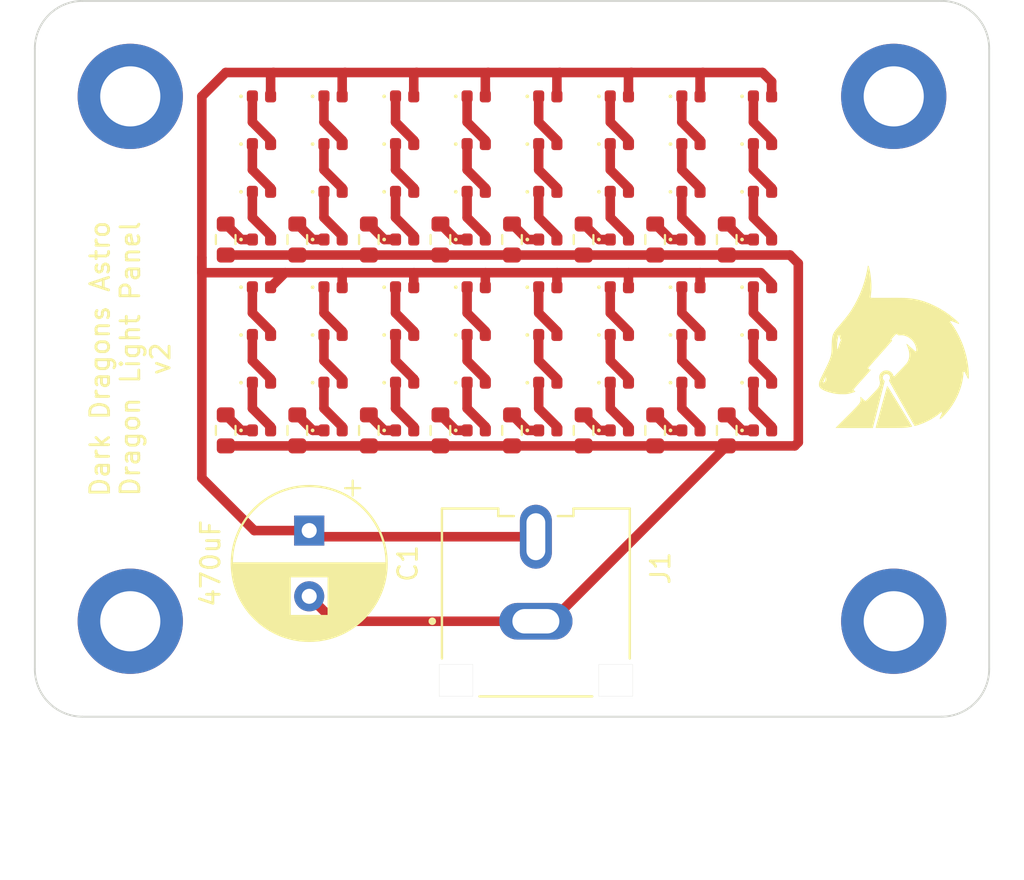
<source format=kicad_pcb>
(kicad_pcb (version 20211014) (generator pcbnew)
  (layers (0 "F.Cu" signal) (31 "B.Cu" signal) (34 "B.Paste" user) (35 "F.Paste" user) (36 "B.SilkS" user "B.Silkscreen") (37 "F.SilkS" user "F.Silkscreen") (38 "B.Mask" user) (39 "F.Mask" user) (44 "Edge.Cuts" user))
  (net 0 "")
  (net 1 "+12V")
  (net 2 "GND")
  (net 3 "Net-(D1-Pad1)")
  (net 4 "Net-(D5-Pad1)")
  (net 5 "Net-(D21-Pad1)")
  (net 6 "Net-(D25-Pad1)")
  (net 7 "Net-(D10-Pad1)")
  (net 8 "Net-(D10-Pad2)")
  (net 9 "Net-(D13-Pad1)")
  (net 14 "Net-(D17-Pad1)")
  (net 15 "Net-(D29-Pad1)")
  (net 16 "Net-(D33-Pad1)")
  (net 17 "Net-(D37-Pad1)")
  (net 18 "Net-(D41-Pad1)")
  (net 19 "Net-(D45-Pad1)")
  (net 20 "Net-(D49-Pad1)")
  (net 21 "Net-(D53-Pad1)")
  (net 22 "Net-(D57-Pad1)")
  (net 23 "Net-(D61-Pad1)")
  (net 24 "Net-(D2-Pad1)")
  (net 25 "Net-(D3-Pad1)")
  (net 26 "Net-(D4-Pad1)")
  (net 27 "Net-(D6-Pad1)")
  (net 28 "Net-(D7-Pad1)")
  (net 29 "Net-(D8-Pad1)")
  (net 30 "Net-(D11-Pad1)")
  (net 31 "Net-(D12-Pad1)")
  (net 32 "Net-(D14-Pad1)")
  (net 33 "Net-(D15-Pad1)")
  (net 34 "Net-(D16-Pad1)")
  (net 35 "Net-(D18-Pad1)")
  (net 36 "Net-(D19-Pad1)")
  (net 37 "Net-(D20-Pad1)")
  (net 38 "Net-(D22-Pad1)")
  (net 39 "Net-(D23-Pad1)")
  (net 40 "Net-(D24-Pad1)")
  (net 41 "Net-(D26-Pad1)")
  (net 42 "Net-(D27-Pad1)")
  (net 43 "Net-(D28-Pad1)")
  (net 44 "Net-(D30-Pad1)")
  (net 45 "Net-(D31-Pad1)")
  (net 46 "Net-(D32-Pad1)")
  (net 47 "Net-(D34-Pad1)")
  (net 48 "Net-(D35-Pad1)")
  (net 49 "Net-(D36-Pad1)")
  (net 50 "Net-(D38-Pad1)")
  (net 51 "Net-(D39-Pad1)")
  (net 52 "Net-(D40-Pad1)")
  (net 53 "Net-(D42-Pad1)")
  (net 54 "Net-(D43-Pad1)")
  (net 55 "Net-(D44-Pad1)")
  (net 56 "Net-(D46-Pad1)")
  (net 57 "Net-(D47-Pad1)")
  (net 58 "Net-(D48-Pad1)")
  (net 59 "Net-(D50-Pad1)")
  (net 60 "Net-(D51-Pad1)")
  (net 61 "Net-(D52-Pad1)")
  (net 62 "Net-(D54-Pad1)")
  (net 63 "Net-(D55-Pad1)")
  (net 64 "Net-(D56-Pad1)")
  (net 65 "Net-(D58-Pad1)")
  (net 66 "Net-(D59-Pad1)")
  (net 67 "Net-(D60-Pad1)")
  (net 68 "Net-(D62-Pad1)")
  (net 69 "Net-(D63-Pad1)")
  (net 70 "Net-(D64-Pad1)")
  (footprint "Resistor_SMD:R_0603_1608Metric" (layer "F.Cu") (at 76.2 66.04 90)
    (fp_text reference "R5" hide)
    (fp_text value "82")
  )
  (footprint "LED_SMD:LED_0402_1005Metric" (layer "F.Cu") (at 81.915 66.04)
    (fp_text reference "D24" hide)
    (fp_text value "QBL7IW60D-CW")
  )
  (footprint "Resistor_SMD:R_0603_1608Metric" (layer "F.Cu") (at 72.39 66.04 90)
    (fp_text reference "R4" hide)
    (fp_text value "82")
  )
  (footprint "01-rickbassham:logo_small" (layer "F.Cu") (at 96.52 71.755)
    (fp_text reference "G***" hide)
    (fp_text value "LOGO" hide)
  )
  (footprint "LED_SMD:LED_0402_1005Metric" (layer "F.Cu") (at 70.485 76.2)
    (fp_text reference "D44" hide)
    (fp_text value "QBL7IW60D-CW")
  )
  (footprint "LED_SMD:LED_0402_1005Metric" (layer "F.Cu") (at 62.865 58.42)
    (fp_text reference "D1" hide)
    (fp_text value "QBL7IW60D-CW")
  )
  (footprint "LED_SMD:LED_0402_1005Metric" (layer "F.Cu") (at 78.105 58.42)
    (fp_text reference "D17" hide)
    (fp_text value "QBL7IW60D-CW")
  )
  (footprint "LED_SMD:LED_0402_1005Metric" (layer "F.Cu") (at 70.485 68.58)
    (fp_text reference "D41" hide)
    (fp_text value "QBL7IW60D-CW")
  )
  (footprint "Resistor_SMD:R_0603_1608Metric" (layer "F.Cu") (at 68.58 76.2 90)
    (fp_text reference "R11" hide)
    (fp_text value "82")
  )
  (footprint "LED_SMD:LED_0402_1005Metric" (layer "F.Cu") (at 74.295 68.58)
    (fp_text reference "D45" hide)
    (fp_text value "QBL7IW60D-CW")
  )
  (footprint "Resistor_SMD:R_0603_1608Metric" (layer "F.Cu") (at 80.01 76.2 90)
    (fp_text reference "R14" hide)
    (fp_text value "82")
  )
  (footprint "LED_SMD:LED_0402_1005Metric" (layer "F.Cu") (at 62.865 60.96)
    (fp_text reference "D2" hide)
    (fp_text value "QBL7IW60D-CW")
  )
  (footprint "LED_SMD:LED_0402_1005Metric" (layer "F.Cu") (at 66.675 63.5)
    (fp_text reference "D7" hide)
    (fp_text value "QBL7IW60D-CW")
  )
  (footprint "LED_SMD:LED_0402_1005Metric" (layer "F.Cu") (at 78.105 73.66)
    (fp_text reference "D51" hide)
    (fp_text value "QBL7IW60D-CW")
  )
  (footprint "LED_SMD:LED_0402_1005Metric" (layer "F.Cu") (at 85.725 66.04)
    (fp_text reference "D28" hide)
    (fp_text value "QBL7IW60D-CW")
  )
  (footprint "01-rickbassham:MountingHole_3.2mm_M3_DIN965_Pad" (layer "F.Cu") (at 55.88 58.42)
    (fp_text reference "H4")
    (fp_text value "MountingHole_Pad")
  )
  (footprint "Resistor_SMD:R_0603_1608Metric" (layer "F.Cu") (at 68.58 66.04 90)
    (fp_text reference "R3" hide)
    (fp_text value "82")
  )
  (footprint "LED_SMD:LED_0402_1005Metric" (layer "F.Cu") (at 62.865 68.58)
    (fp_text reference "D33" hide)
    (fp_text value "QBL7IW60D-CW" hide)
  )
  (footprint "LED_SMD:LED_0402_1005Metric" (layer "F.Cu") (at 81.915 60.96)
    (fp_text reference "D22" hide)
    (fp_text value "QBL7IW60D-CW")
  )
  (footprint "LED_SMD:LED_0402_1005Metric" (layer "F.Cu") (at 89.535 73.66)
    (fp_text reference "D63" hide)
    (fp_text value "QBL7IW60D-CW")
  )
  (footprint "LED_SMD:LED_0402_1005Metric" (layer "F.Cu") (at 85.725 76.2)
    (fp_text reference "D60" hide)
    (fp_text value "QBL7IW60D-CW")
  )
  (footprint "LED_SMD:LED_0402_1005Metric" (layer "F.Cu") (at 78.105 76.2)
    (fp_text reference "D52" hide)
    (fp_text value "QBL7IW60D-CW")
  )
  (footprint "LED_SMD:LED_0402_1005Metric" (layer "F.Cu") (at 81.915 68.58)
    (fp_text reference "D53" hide)
    (fp_text value "QBL7IW60D-CW")
  )
  (footprint "LED_SMD:LED_0402_1005Metric" (layer "F.Cu") (at 85.725 68.58)
    (fp_text reference "D57" hide)
    (fp_text value "QBL7IW60D-CW")
  )
  (footprint "LED_SMD:LED_0402_1005Metric" (layer "F.Cu") (at 85.725 58.42)
    (fp_text reference "D25" hide)
    (fp_text value "QBL7IW60D-CW")
  )
  (footprint "LED_SMD:LED_0402_1005Metric" (layer "F.Cu") (at 70.485 58.42)
    (fp_text reference "D9" hide)
    (fp_text value "QBL7IW60D-CW")
  )
  (footprint "LED_SMD:LED_0402_1005Metric" (layer "F.Cu") (at 81.915 73.66)
    (fp_text reference "D55" hide)
    (fp_text value "QBL7IW60D-CW")
  )
  (footprint "LED_SMD:LED_0402_1005Metric" (layer "F.Cu") (at 89.535 71.12)
    (fp_text reference "D62" hide)
    (fp_text value "QBL7IW60D-CW")
  )
  (footprint "LED_SMD:LED_0402_1005Metric" (layer "F.Cu") (at 70.485 63.5)
    (fp_text reference "D11" hide)
    (fp_text value "QBL7IW60D-CW")
  )
  (footprint "LED_SMD:LED_0402_1005Metric" (layer "F.Cu") (at 70.485 71.12)
    (fp_text reference "D42" hide)
    (fp_text value "QBL7IW60D-CW")
  )
  (footprint "01-rickbassham:MountingHole_3.2mm_M3_DIN965_Pad" (layer "F.Cu") (at 96.52 86.36)
    (fp_text reference "H1")
    (fp_text value "MountingHole_Pad")
  )
  (footprint "LED_SMD:LED_0402_1005Metric" (layer "F.Cu") (at 74.295 73.66)
    (fp_text reference "D47" hide)
    (fp_text value "QBL7IW60D-CW")
  )
  (footprint "LED_SMD:LED_0402_1005Metric" (layer "F.Cu") (at 89.535 68.58)
    (fp_text reference "D61" hide)
    (fp_text value "QBL7IW60D-CW")
  )
  (footprint "LED_SMD:LED_0402_1005Metric" (layer "F.Cu") (at 66.675 66.04)
    (fp_text reference "D8" hide)
    (fp_text value "QBL7IW60D-CW")
  )
  (footprint "01-rickbassham:MountingHole_3.2mm_M3_DIN965_Pad" (layer "F.Cu") (at 55.88 86.36)
    (fp_text reference "H2")
    (fp_text value "MountingHole_Pad")
  )
  (footprint "LED_SMD:LED_0402_1005Metric" (layer "F.Cu") (at 66.675 68.58)
    (fp_text reference "D37" hide)
    (fp_text value "QBL7IW60D-CW")
  )
  (footprint "LED_SMD:LED_0402_1005Metric" (layer "F.Cu") (at 81.915 76.2)
    (fp_text reference "D56" hide)
    (fp_text value "QBL7IW60D-CW")
  )
  (footprint "LED_SMD:LED_0402_1005Metric" (layer "F.Cu") (at 85.725 71.12)
    (fp_text reference "D58" hide)
    (fp_text value "QBL7IW60D-CW")
  )
  (footprint "LED_SMD:LED_0402_1005Metric" (layer "F.Cu") (at 74.295 76.2)
    (fp_text reference "D48" hide)
    (fp_text value "QBL7IW60D-CW")
  )
  (footprint "LED_SMD:LED_0402_1005Metric" (layer "F.Cu") (at 89.535 63.5)
    (fp_text reference "D31" hide)
    (fp_text value "QBL7IW60D-CW")
  )
  (footprint "LED_SMD:LED_0402_1005Metric" (layer "F.Cu") (at 66.675 60.96)
    (fp_text reference "D6" hide)
    (fp_text value "QBL7IW60D-CW")
  )
  (footprint "LED_SMD:LED_0402_1005Metric" (layer "F.Cu") (at 74.295 60.96)
    (fp_text reference "D14" hide)
    (fp_text value "QBL7IW60D-CW")
  )
  (footprint "LED_SMD:LED_0402_1005Metric" (layer "F.Cu") (at 78.105 63.5)
    (fp_text reference "D19" hide)
    (fp_text value "QBL7IW60D-CW")
  )
  (footprint "Resistor_SMD:R_0603_1608Metric" (layer "F.Cu") (at 83.82 76.2 90)
    (fp_text reference "R15" hide)
    (fp_text value "82")
  )
  (footprint "01-rickbassham:MountingHole_3.2mm_M3_DIN965_Pad" (layer "F.Cu") (at 96.52 58.42)
    (fp_text reference "H3")
    (fp_text value "MountingHole_Pad")
  )
  (footprint "LED_SMD:LED_0402_1005Metric" (layer "F.Cu") (at 78.105 66.04)
    (fp_text reference "D20" hide)
    (fp_text value "QBL7IW60D-CW")
  )
  (footprint "LED_SMD:LED_0402_1005Metric" (layer "F.Cu") (at 62.865 76.2)
    (fp_text reference "D36" hide)
    (fp_text value "QBL7IW60D-CW" hide)
  )
  (footprint "LED_SMD:LED_0402_1005Metric" (layer "F.Cu") (at 85.725 60.96)
    (fp_text reference "D26" hide)
    (fp_text value "QBL7IW60D-CW")
  )
  (footprint "01-rickbassham:CUI_RCJ-044" (layer "F.Cu") (at 77.47 86.36 -90)
    (fp_text reference "J1")
    (fp_text value "RCJ-044")
    (fp_line (start 4 -3.35) (end 4 -5.15) (layer "Edge.Cuts") (width 0.01))
    (fp_line (start 2.3 -3.35) (end 4 -3.35) (layer "Edge.Cuts") (width 0.01))
    (fp_line (start 2.3 3.35) (end 2.3 5.15) (layer "Edge.Cuts") (width 0.01))
    (fp_line (start 4 -5.15) (end 2.3 -5.15) (layer "Edge.Cuts") (width 0.01))
    (fp_line (start 4 3.35) (end 2.3 3.35) (layer "Edge.Cuts") (width 0.01))
    (fp_line (start 2.3 -5.15) (end 2.3 -3.35) (layer "Edge.Cuts") (width 0.01))
    (fp_line (start 4 5.15) (end 4 3.35) (layer "Edge.Cuts") (width 0.01))
    (fp_line (start 2.3 5.15) (end 4 5.15) (layer "Edge.Cuts") (width 0.01))
  )
  (footprint "LED_SMD:LED_0402_1005Metric" (layer "F.Cu") (at 78.105 60.96)
    (fp_text reference "D18" hide)
    (fp_text value "QBL7IW60D-CW")
  )
  (footprint "LED_SMD:LED_0402_1005Metric" (layer "F.Cu") (at 81.915 63.5)
    (fp_text reference "D23" hide)
    (fp_text value "QBL7IW60D-CW")
  )
  (footprint "LED_SMD:LED_0402_1005Metric" (layer "F.Cu") (at 81.915 71.12)
    (fp_text reference "D54" hide)
    (fp_text value "QBL7IW60D-CW")
  )
  (footprint "LED_SMD:LED_0402_1005Metric" (layer "F.Cu") (at 74.295 66.04)
    (fp_text reference "D16" hide)
    (fp_text value "QBL7IW60D-CW")
  )
  (footprint "LED_SMD:LED_0402_1005Metric" (layer "F.Cu") (at 89.535 58.42)
    (fp_text reference "D29" hide)
    (fp_text value "QBL7IW60D-CW")
  )
  (footprint "LED_SMD:LED_0402_1005Metric" (layer "F.Cu") (at 89.535 76.2)
    (fp_text reference "D64" hide)
    (fp_text value "QBL7IW60D-CW")
  )
  (footprint "Resistor_SMD:R_0603_1608Metric" (layer "F.Cu") (at 87.63 66.04 90)
    (fp_text reference "R8" hide)
    (fp_text value "82")
  )
  (footprint "LED_SMD:LED_0402_1005Metric" (layer "F.Cu") (at 85.725 73.66)
    (fp_text reference "D59" hide)
    (fp_text value "QBL7IW60D-CW")
  )
  (footprint "LED_SMD:LED_0402_1005Metric" (layer "F.Cu") (at 85.725 63.5)
    (fp_text reference "D27" hide)
    (fp_text value "QBL7IW60D-CW")
  )
  (footprint "LED_SMD:LED_0402_1005Metric" (layer "F.Cu") (at 66.675 58.42)
    (fp_text reference "D5" hide)
    (fp_text value "QBL7IW60D-CW")
  )
  (footprint "Resistor_SMD:R_0603_1608Metric" (layer "F.Cu") (at 60.96 76.2 90)
    (fp_text reference "R9" hide)
    (fp_text value "82")
  )
  (footprint "LED_SMD:LED_0402_1005Metric" (layer "F.Cu") (at 70.485 73.66)
    (fp_text reference "D43" hide)
    (fp_text value "QBL7IW60D-CW")
  )
  (footprint "Resistor_SMD:R_0603_1608Metric" (layer "F.Cu") (at 83.82 66.04 90)
    (fp_text reference "R7" hide)
    (fp_text value "82")
  )
  (footprint "LED_SMD:LED_0402_1005Metric" (layer "F.Cu") (at 62.865 63.5)
    (fp_text reference "D3" hide)
    (fp_text value "QBL7IW60D-CW")
  )
  (footprint "Resistor_SMD:R_0603_1608Metric" (layer "F.Cu") (at 60.96 66.04 90)
    (fp_text reference "R1" hide)
    (fp_text value "82")
  )
  (footprint "Resistor_SMD:R_0603_1608Metric" (layer "F.Cu") (at 76.2 76.2 90)
    (fp_text reference "R13" hide)
    (fp_text value "82")
  )
  (footprint "Capacitor_THT:CP_Radial_D8.0mm_P3.50mm" (layer "F.Cu") (at 65.405 81.532349 -90)
    (fp_text reference "C1")
    (fp_text value "470uF")
  )
  (footprint "Resistor_SMD:R_0603_1608Metric" (layer "F.Cu") (at 87.63 76.2 90)
    (fp_text reference "R16" hide)
    (fp_text value "82")
  )
  (footprint "LED_SMD:LED_0402_1005Metric" (layer "F.Cu") (at 62.865 73.66)
    (fp_text reference "D35" hide)
    (fp_text value "QBL7IW60D-CW" hide)
  )
  (footprint "LED_SMD:LED_0402_1005Metric" (layer "F.Cu") (at 66.675 71.12)
    (fp_text reference "D38" hide)
    (fp_text value "QBL7IW60D-CW")
  )
  (footprint "LED_SMD:LED_0402_1005Metric" (layer "F.Cu") (at 70.485 60.96)
    (fp_text reference "D10" hide)
    (fp_text value "QBL7IW60D-CW")
  )
  (footprint "LED_SMD:LED_0402_1005Metric" (layer "F.Cu") (at 62.865 71.12)
    (fp_text reference "D34" hide)
    (fp_text value "QBL7IW60D-CW" hide)
  )
  (footprint "LED_SMD:LED_0402_1005Metric" (layer "F.Cu") (at 89.535 60.96)
    (fp_text reference "D30" hide)
    (fp_text value "QBL7IW60D-CW")
  )
  (footprint "LED_SMD:LED_0402_1005Metric" (layer "F.Cu") (at 74.295 58.42)
    (fp_text reference "D13" hide)
    (fp_text value "QBL7IW60D-CW")
  )
  (footprint "LED_SMD:LED_0402_1005Metric" (layer "F.Cu") (at 81.915 58.42)
    (fp_text reference "D21" hide)
    (fp_text value "QBL7IW60D-CW")
  )
  (footprint "LED_SMD:LED_0402_1005Metric" (layer "F.Cu") (at 74.295 71.12)
    (fp_text reference "D46" hide)
    (fp_text value "QBL7IW60D-CW")
  )
  (footprint "LED_SMD:LED_0402_1005Metric" (layer "F.Cu") (at 66.675 73.66)
    (fp_text reference "D39" hide)
    (fp_text value "QBL7IW60D-CW")
  )
  (footprint "LED_SMD:LED_0402_1005Metric" (layer "F.Cu") (at 89.535 66.04)
    (fp_text reference "D32" hide)
    (fp_text value "QBL7IW60D-CW")
  )
  (footprint "Resistor_SMD:R_0603_1608Metric" (layer "F.Cu") (at 64.77 66.04 90)
    (fp_text reference "R2" hide)
    (fp_text value "82" hide)
  )
  (footprint "Resistor_SMD:R_0603_1608Metric" (layer "F.Cu") (at 80.01 66.04 90)
    (fp_text reference "R6" hide)
    (fp_text value "82")
  )
  (footprint "Resistor_SMD:R_0603_1608Metric" (layer "F.Cu") (at 64.77 76.2 90)
    (fp_text reference "R10" hide)
    (fp_text value "82")
  )
  (footprint "LED_SMD:LED_0402_1005Metric" (layer "F.Cu") (at 66.675 76.2)
    (fp_text reference "D40" hide)
    (fp_text value "QBL7IW60D-CW")
  )
  (footprint "LED_SMD:LED_0402_1005Metric" (layer "F.Cu") (at 70.485 66.04)
    (fp_text reference "D12" hide)
    (fp_text value "QBL7IW60D-CW")
  )
  (footprint "LED_SMD:LED_0402_1005Metric" (layer "F.Cu") (at 78.105 68.58)
    (fp_text reference "D49" hide)
    (fp_text value "QBL7IW60D-CW")
  )
  (footprint "LED_SMD:LED_0402_1005Metric" (layer "F.Cu") (at 62.865 66.04)
    (fp_text reference "D4" hide)
    (fp_text value "QBL7IW60D-CW")
  )
  (footprint "LED_SMD:LED_0402_1005Metric" (layer "F.Cu") (at 74.295 63.5)
    (fp_text reference "D15" hide)
    (fp_text value "QBL7IW60D-CW")
  )
  (footprint "LED_SMD:LED_0402_1005Metric" (layer "F.Cu") (at 78.105 71.12)
    (fp_text reference "D50" hide)
    (fp_text value "QBL7IW60D-CW")
  )
  (footprint "Resistor_SMD:R_0603_1608Metric" (layer "F.Cu") (at 72.39 76.2 90)
    (fp_text reference "R12" hide)
    (fp_text value "82")
  )
  (gr_arc (start 101.6 88.9) (mid 100.856051 90.696051) (end 99.06 91.44) (layer "Edge.Cuts") (width 0.1))
  (gr_line (start 99.06 53.34) (end 53.34 53.34) (layer "Edge.Cuts") (width 0.1))
  (gr_line (start 53.34 91.44) (end 99.06 91.44) (layer "Edge.Cuts") (width 0.1))
  (gr_arc (start 50.8 55.88) (mid 51.543949 54.083949) (end 53.34 53.34) (layer "Edge.Cuts") (width 0.1))
  (gr_line (start 50.8 55.88) (end 50.8 88.9) (layer "Edge.Cuts") (width 0.1))
  (gr_arc (start 53.34 91.44) (mid 51.543949 90.696051) (end 50.8 88.9) (layer "Edge.Cuts") (width 0.1))
  (gr_arc (start 99.06 53.34) (mid 100.856051 54.083949) (end 101.6 55.88) (layer "Edge.Cuts") (width 0.1))
  (gr_line (start 101.6 88.9) (end 101.6 55.88) (layer "Edge.Cuts") (width 0.1))
  (gr_text "Dark Dragons Astro\nDragon Light Panel\nv2" (at 55.88 72.39 90) (layer "F.SilkS") (effects (font (size 1 1))))
  (segment (start 78.59 68.58) (end 78.59 67.81796) (width 0.508) (layer "F.Cu") (net 1))
  (segment (start 59.69 67.80648) (end 59.69 66.994216) (width 0.508) (layer "F.Cu") (net 1))
  (segment (start 64.12352 67.80648) (end 67.17148 67.80648) (width 0.508) (layer "F.Cu") (net 1))
  (segment (start 59.69 78.74) (end 59.69 66.994216) (width 0.508) (layer "F.Cu") (net 1))
  (segment (start 70.97 67.81796) (end 70.98148 67.80648) (width 0.508) (layer "F.Cu") (net 1))
  (segment (start 70.98148 67.80648) (end 74.79148 67.80648) (width 0.508) (layer "F.Cu") (net 1))
  (segment (start 71.12 57.15) (end 74.93 57.15) (width 0.508) (layer "F.Cu") (net 1))
  (segment (start 82.4 57.3) (end 82.55 57.15) (width 0.508) (layer "F.Cu") (net 1))
  (segment (start 63.35 58.42) (end 63.35 57.3) (width 0.508) (layer "F.Cu") (net 1))
  (segment (start 82.55 57.15) (end 86.36 57.15) (width 0.508) (layer "F.Cu") (net 1))
  (segment (start 78.59 58.42) (end 78.59 57.3) (width 0.508) (layer "F.Cu") (net 1))
  (segment (start 89.535 57.15) (end 90.02 57.635) (width 0.508) (layer "F.Cu") (net 1))
  (segment (start 65.405 81.532349) (end 62.482349 81.532349) (width 0.508) (layer "F.Cu") (net 1))
  (segment (start 89.44645 67.80648) (end 90.02 68.38003) (width 0.508) (layer "F.Cu") (net 1))
  (segment (start 63.35 68.58) (end 64.12352 67.80648) (width 0.508) (layer "F.Cu") (net 1))
  (segment (start 59.69 58.42) (end 60.96 57.15) (width 0.508) (layer "F.Cu") (net 1))
  (segment (start 78.59 67.81796) (end 78.60148 67.80648) (width 0.508) (layer "F.Cu") (net 1))
  (segment (start 67.17148 67.80648) (end 70.98148 67.80648) (width 0.508) (layer "F.Cu") (net 1))
  (segment (start 82.4 58.42) (end 82.4 57.3) (width 0.508) (layer "F.Cu") (net 1))
  (segment (start 74.78 57.3) (end 74.93 57.15) (width 0.508) (layer "F.Cu") (net 1))
  (segment (start 86.21 68.58) (end 86.21 67.81796) (width 0.508) (layer "F.Cu") (net 1))
  (segment (start 86.36 57.15) (end 89.535 57.15) (width 0.508) (layer "F.Cu") (net 1))
  (segment (start 60.96 57.15) (end 63.5 57.15) (width 0.508) (layer "F.Cu") (net 1))
  (segment (start 70.97 58.42) (end 70.97 57.3) (width 0.508) (layer "F.Cu") (net 1))
  (segment (start 63.5 57.15) (end 67.31 57.15) (width 0.508) (layer "F.Cu") (net 1))
  (segment (start 78.60148 67.80648) (end 82.41148 67.80648) (width 0.508) (layer "F.Cu") (net 1))
  (segment (start 67.31 57.15) (end 71.12 57.15) (width 0.508) (layer "F.Cu") (net 1))
  (segment (start 64.12352 67.80648) (end 59.69 67.80648) (width 0.508) (layer "F.Cu") (net 1))
  (segment (start 67.16 58.42) (end 67.16 57.3) (width 0.508) (layer "F.Cu") (net 1))
  (segment (start 82.41148 67.80648) (end 86.22148 67.80648) (width 0.508) (layer "F.Cu") (net 1))
  (segment (start 67.16 57.3) (end 67.31 57.15) (width 0.508) (layer "F.Cu") (net 1))
  (segment (start 67.16 67.81796) (end 67.17148 67.80648) (width 0.508) (layer "F.Cu") (net 1))
  (segment (start 70.97 57.3) (end 71.12 57.15) (width 0.508) (layer "F.Cu") (net 1))
  (segment (start 78.59 57.3) (end 78.74 57.15) (width 0.508) (layer "F.Cu") (net 1))
  (segment (start 74.93 57.15) (end 78.74 57.15) (width 0.508) (layer "F.Cu") (net 1))
  (segment (start 90.02 57.635) (end 90.02 58.42) (width 0.508) (layer "F.Cu") (net 1))
  (segment (start 65.732651 81.86) (end 65.405 81.532349) (width 0.508) (layer "F.Cu") (net 1))
  (segment (start 74.78 58.42) (end 74.78 57.3) (width 0.508) (layer "F.Cu") (net 1))
  (segment (start 82.4 68.58) (end 82.4 67.81796) (width 0.508) (layer "F.Cu") (net 1))
  (segment (start 82.4 67.81796) (end 82.41148 67.80648) (width 0.508) (layer "F.Cu") (net 1))
  (segment (start 62.482349 81.532349) (end 59.69 78.74) (width 0.508) (layer "F.Cu") (net 1))
  (segment (start 86.22148 67.80648) (end 89.44645 67.80648) (width 0.508) (layer "F.Cu") (net 1))
  (segment (start 86.21 57.3) (end 86.36 57.15) (width 0.508) (layer "F.Cu") (net 1))
  (segment (start 78.74 57.15) (end 82.55 57.15) (width 0.508) (layer "F.Cu") (net 1))
  (segment (start 67.16 68.58) (end 67.16 67.81796) (width 0.508) (layer "F.Cu") (net 1))
  (segment (start 74.78 67.81796) (end 74.79148 67.80648) (width 0.508) (layer "F.Cu") (net 1))
  (segment (start 59.69 66.994216) (end 59.69 58.42) (width 0.508) (layer "F.Cu") (net 1))
  (segment (start 63.35 57.3) (end 63.5 57.15) (width 0.508) (layer "F.Cu") (net 1))
  (segment (start 86.21 67.81796) (end 86.22148 67.80648) (width 0.508) (layer "F.Cu") (net 1))
  (segment (start 70.97 68.58) (end 70.97 67.81796) (width 0.508) (layer "F.Cu") (net 1))
  (segment (start 77.47 81.86) (end 65.732651 81.86) (width 0.508) (layer "F.Cu") (net 1))
  (segment (start 74.79148 67.80648) (end 78.60148 67.80648) (width 0.508) (layer "F.Cu") (net 1))
  (segment (start 86.21 58.42) (end 86.21 57.3) (width 0.508) (layer "F.Cu") (net 1))
  (segment (start 74.78 68.58) (end 74.78 67.81796) (width 0.508) (layer "F.Cu") (net 1))
  (segment (start 90.02 68.38003) (end 90.02 68.58) (width 0.508) (layer "F.Cu") (net 1))
  (segment (start 83.82 66.865) (end 87.63 66.865) (width 0.508) (layer "F.Cu") (net 2))
  (segment (start 91.25 77.025) (end 91.44 76.835) (width 0.508) (layer "F.Cu") (net 2))
  (segment (start 65.405 85.032349) (end 66.732651 86.36) (width 0.508) (layer "F.Cu") (net 2))
  (segment (start 80.01 66.865) (end 83.82 66.865) (width 0.508) (layer "F.Cu") (net 2))
  (segment (start 66.732651 86.36) (end 77.47 86.36) (width 0.508) (layer "F.Cu") (net 2))
  (segment (start 90.995 66.865) (end 87.63 66.865) (width 0.508) (layer "F.Cu") (net 2))
  (segment (start 77.47 86.36) (end 78.295 86.36) (width 0.508) (layer "F.Cu") (net 2))
  (segment (start 60.96 77.025) (end 87.63 77.025) (width 0.508) (layer "F.Cu") (net 2))
  (segment (start 60.96 66.865) (end 64.77 66.865) (width 0.508) (layer "F.Cu") (net 2))
  (segment (start 78.295 86.36) (end 87.63 77.025) (width 0.508) (layer "F.Cu") (net 2))
  (segment (start 76.2 66.865) (end 80.01 66.865) (width 0.508) (layer "F.Cu") (net 2))
  (segment (start 72.39 66.865) (end 76.2 66.865) (width 0.508) (layer "F.Cu") (net 2))
  (segment (start 91.44 76.835) (end 91.44 67.31) (width 0.508) (layer "F.Cu") (net 2))
  (segment (start 91.44 67.31) (end 90.995 66.865) (width 0.508) (layer "F.Cu") (net 2))
  (segment (start 64.77 66.865) (end 68.58 66.865) (width 0.508) (layer "F.Cu") (net 2))
  (segment (start 68.58 66.865) (end 72.39 66.865) (width 0.508) (layer "F.Cu") (net 2))
  (segment (start 87.63 77.025) (end 91.25 77.025) (width 0.508) (layer "F.Cu") (net 2))
  (segment (start 63.35 60.76003) (end 63.35 60.96) (width 0.508) (layer "F.Cu") (net 3))
  (segment (start 62.38 59.79003) (end 63.35 60.76003) (width 0.508) (layer "F.Cu") (net 3))
  (segment (start 62.38 58.42) (end 62.38 59.79003) (width 0.508) (layer "F.Cu") (net 3))
  (segment (start 66.19 59.79003) (end 67.16 60.76003) (width 0.508) (layer "F.Cu") (net 4))
  (segment (start 67.16 60.76003) (end 67.16 60.96) (width 0.508) (layer "F.Cu") (net 4))
  (segment (start 66.19 58.42) (end 66.19 59.79003) (width 0.508) (layer "F.Cu") (net 4))
  (segment (start 82.4 60.76003) (end 82.4 60.96) (width 0.508) (layer "F.Cu") (net 5))
  (segment (start 81.43 59.79003) (end 82.4 60.76003) (width 0.508) (layer "F.Cu") (net 5))
  (segment (start 81.43 58.42) (end 81.43 59.79003) (width 0.508) (layer "F.Cu") (net 5))
  (segment (start 85.24 59.79003) (end 86.21 60.76003) (width 0.508) (layer "F.Cu") (net 6))
  (segment (start 85.24 58.42) (end 85.24 59.79003) (width 0.508) (layer "F.Cu") (net 6))
  (segment (start 86.21 60.76003) (end 86.21 60.96) (width 0.508) (layer "F.Cu") (net 6))
  (segment (start 70 60.96) (end 70 62.33003) (width 0.508) (layer "F.Cu") (net 7))
  (segment (start 70 62.33003) (end 70.97 63.30003) (width 0.508) (layer "F.Cu") (net 7))
  (segment (start 70.97 63.30003) (end 70.97 63.5) (width 0.508) (layer "F.Cu") (net 7))
  (segment (start 70.97 60.76003) (end 70.97 60.96) (width 0.508) (layer "F.Cu") (net 8))
  (segment (start 70 59.79003) (end 70.97 60.76003) (width 0.508) (layer "F.Cu") (net 8))
  (segment (start 70 58.42) (end 70 59.79003) (width 0.508) (layer "F.Cu") (net 8))
  (segment (start 73.81 58.42) (end 73.81 59.79003) (width 0.508) (layer "F.Cu") (net 9))
  (segment (start 73.81 59.79003) (end 74.78 60.76003) (width 0.508) (layer "F.Cu") (net 9))
  (segment (start 74.78 60.76003) (end 74.78 60.96) (width 0.508) (layer "F.Cu") (net 9))
  (segment (start 77.62 59.79003) (end 78.59 60.76003) (width 0.508) (layer "F.Cu") (net 14))
  (segment (start 77.62 58.42) (end 77.62 59.79003) (width 0.508) (layer "F.Cu") (net 14))
  (segment (start 78.59 60.76003) (end 78.59 60.96) (width 0.508) (layer "F.Cu") (net 14))
  (segment (start 89.05 58.42) (end 89.05 59.79003) (width 0.508) (layer "F.Cu") (net 15))
  (segment (start 90.02 60.76003) (end 90.02 60.96) (width 0.508) (layer "F.Cu") (net 15))
  (segment (start 89.05 59.79003) (end 90.02 60.76003) (width 0.508) (layer "F.Cu") (net 15))
  (segment (start 63.35 70.92003) (end 63.35 71.12) (width 0.508) (layer "F.Cu") (net 16))
  (segment (start 62.38 69.95003) (end 63.35 70.92003) (width 0.508) (layer "F.Cu") (net 16))
  (segment (start 62.38 68.58) (end 62.38 69.95003) (width 0.508) (layer "F.Cu") (net 16))
  (segment (start 66.19 68.58) (end 66.19 69.95003) (width 0.508) (layer "F.Cu") (net 17))
  (segment (start 67.16 70.92003) (end 67.16 71.12) (width 0.508) (layer "F.Cu") (net 17))
  (segment (start 66.19 69.95003) (end 67.16 70.92003) (width 0.508) (layer "F.Cu") (net 17))
  (segment (start 70.97 70.92003) (end 70.97 71.12) (width 0.508) (layer "F.Cu") (net 18))
  (segment (start 70 68.58) (end 70 69.95003) (width 0.508) (layer "F.Cu") (net 18))
  (segment (start 70 69.95003) (end 70.97 70.92003) (width 0.508) (layer "F.Cu") (net 18))
  (segment (start 73.81 68.58) (end 73.81 69.95003) (width 0.508) (layer "F.Cu") (net 19))
  (segment (start 74.78 70.92003) (end 74.78 71.12) (width 0.508) (layer "F.Cu") (net 19))
  (segment (start 73.81 69.95003) (end 74.78 70.92003) (width 0.508) (layer "F.Cu") (net 19))
  (segment (start 78.59 70.92003) (end 78.59 71.12) (width 0.508) (layer "F.Cu") (net 20))
  (segment (start 77.62 68.58) (end 77.62 69.95003) (width 0.508) (layer "F.Cu") (net 20))
  (segment (start 77.62 69.95003) (end 78.59 70.92003) (width 0.508) (layer "F.Cu") (net 20))
  (segment (start 81.43 69.95003) (end 82.4 70.92003) (width 0.508) (layer "F.Cu") (net 21))
  (segment (start 81.43 68.58) (end 81.43 69.95003) (width 0.508) (layer "F.Cu") (net 21))
  (segment (start 82.4 70.92003) (end 82.4 71.12) (width 0.508) (layer "F.Cu") (net 21))
  (segment (start 85.24 68.58) (end 85.24 69.95003) (width 0.508) (layer "F.Cu") (net 22))
  (segment (start 86.21 70.92003) (end 86.21 71.12) (width 0.508) (layer "F.Cu") (net 22))
  (segment (start 85.24 69.95003) (end 86.21 70.92003) (width 0.508) (layer "F.Cu") (net 22))
  (segment (start 90.02 70.92003) (end 90.02 71.12) (width 0.508) (layer "F.Cu") (net 23))
  (segment (start 89.05 68.58) (end 89.05 69.95003) (width 0.508) (layer "F.Cu") (net 23))
  (segment (start 89.05 69.95003) (end 90.02 70.92003) (width 0.508) (layer "F.Cu") (net 23))
  (segment (start 63.35 63.30003) (end 63.35 63.5) (width 0.508) (layer "F.Cu") (net 24))
  (segment (start 62.38 62.33003) (end 63.35 63.30003) (width 0.508) (layer "F.Cu") (net 24))
  (segment (start 62.38 60.96) (end 62.38 62.33003) (width 0.508) (layer "F.Cu") (net 24))
  (segment (start 62.38 64.87003) (end 63.35 65.84003) (width 0.508) (layer "F.Cu") (net 25))
  (segment (start 63.35 65.84003) (end 63.35 66.04) (width 0.508) (layer "F.Cu") (net 25))
  (segment (start 62.38 63.5) (end 62.38 64.87003) (width 0.508) (layer "F.Cu") (net 25))
  (segment (start 61.785 66.04) (end 60.96 65.215) (width 0.508) (layer "F.Cu") (net 26))
  (segment (start 62.38 66.04) (end 61.785 66.04) (width 0.508) (layer "F.Cu") (net 26))
  (segment (start 66.19 62.33003) (end 67.16 63.30003) (width 0.508) (layer "F.Cu") (net 27))
  (segment (start 67.16 63.30003) (end 67.16 63.5) (width 0.508) (layer "F.Cu") (net 27))
  (segment (start 66.19 60.96) (end 66.19 62.33003) (width 0.508) (layer "F.Cu") (net 27))
  (segment (start 66.19 64.87003) (end 67.16 65.84003) (width 0.508) (layer "F.Cu") (net 28))
  (segment (start 66.19 63.5) (end 66.19 64.87003) (width 0.508) (layer "F.Cu") (net 28))
  (segment (start 67.16 65.84003) (end 67.16 66.04) (width 0.508) (layer "F.Cu") (net 28))
  (segment (start 65.595 66.04) (end 64.77 65.215) (width 0.508) (layer "F.Cu") (net 29))
  (segment (start 66.19 66.04) (end 65.595 66.04) (width 0.508) (layer "F.Cu") (net 29))
  (segment (start 70 63.5) (end 70 64.87003) (width 0.508) (layer "F.Cu") (net 30))
  (segment (start 70 64.87003) (end 70.97 65.84003) (width 0.508) (layer "F.Cu") (net 30))
  (segment (start 70.97 65.84003) (end 70.97 66.04) (width 0.508) (layer "F.Cu") (net 30))
  (segment (start 69.405 66.04) (end 68.58 65.215) (width 0.508) (layer "F.Cu") (net 31))
  (segment (start 70 66.04) (end 69.405 66.04) (width 0.508) (layer "F.Cu") (net 31))
  (segment (start 74.78 63.30003) (end 74.78 63.5) (width 0.508) (layer "F.Cu") (net 32))
  (segment (start 73.81 60.96) (end 73.81 62.33003) (width 0.508) (layer "F.Cu") (net 32))
  (segment (start 73.81 62.33003) (end 74.78 63.30003) (width 0.508) (layer "F.Cu") (net 32))
  (segment (start 74.78 65.84003) (end 74.78 66.04) (width 0.508) (layer "F.Cu") (net 33))
  (segment (start 73.81 64.87003) (end 74.78 65.84003) (width 0.508) (layer "F.Cu") (net 33))
  (segment (start 73.81 63.5) (end 73.81 64.87003) (width 0.508) (layer "F.Cu") (net 33))
  (segment (start 73.81 66.04) (end 73.215 66.04) (width 0.508) (layer "F.Cu") (net 34))
  (segment (start 73.215 66.04) (end 72.39 65.215) (width 0.508) (layer "F.Cu") (net 34))
  (segment (start 77.62 62.33003) (end 78.59 63.30003) (width 0.508) (layer "F.Cu") (net 35))
  (segment (start 78.59 63.30003) (end 78.59 63.5) (width 0.508) (layer "F.Cu") (net 35))
  (segment (start 77.62 60.96) (end 77.62 62.33003) (width 0.508) (layer "F.Cu") (net 35))
  (segment (start 78.59 65.84003) (end 78.59 66.04) (width 0.508) (layer "F.Cu") (net 36))
  (segment (start 77.62 64.87003) (end 78.59 65.84003) (width 0.508) (layer "F.Cu") (net 36))
  (segment (start 77.62 63.5) (end 77.62 64.87003) (width 0.508) (layer "F.Cu") (net 36))
  (segment (start 77.025 66.04) (end 76.2 65.215) (width 0.508) (layer "F.Cu") (net 37))
  (segment (start 77.62 66.04) (end 77.025 66.04) (width 0.508) (layer "F.Cu") (net 37))
  (segment (start 81.43 62.33003) (end 82.4 63.30003) (width 0.508) (layer "F.Cu") (net 38))
  (segment (start 82.4 63.30003) (end 82.4 63.5) (width 0.508) (layer "F.Cu") (net 38))
  (segment (start 81.43 60.96) (end 81.43 62.33003) (width 0.508) (layer "F.Cu") (net 38))
  (segment (start 81.43 64.87003) (end 82.4 65.84003) (width 0.508) (layer "F.Cu") (net 39))
  (segment (start 82.4 65.84003) (end 82.4 66.04) (width 0.508) (layer "F.Cu") (net 39))
  (segment (start 81.43 63.5) (end 81.43 64.87003) (width 0.508) (layer "F.Cu") (net 39))
  (segment (start 80.835 66.04) (end 80.01 65.215) (width 0.508) (layer "F.Cu") (net 40))
  (segment (start 81.43 66.04) (end 80.835 66.04) (width 0.508) (layer "F.Cu") (net 40))
  (segment (start 85.24 60.96) (end 85.24 62.33003) (width 0.508) (layer "F.Cu") (net 41))
  (segment (start 85.24 62.33003) (end 86.21 63.30003) (width 0.508) (layer "F.Cu") (net 41))
  (segment (start 86.21 63.30003) (end 86.21 63.5) (width 0.508) (layer "F.Cu") (net 41))
  (segment (start 85.24 64.87003) (end 86.21 65.84003) (width 0.508) (layer "F.Cu") (net 42))
  (segment (start 85.24 63.5) (end 85.24 64.87003) (width 0.508) (layer "F.Cu") (net 42))
  (segment (start 86.21 65.84003) (end 86.21 66.04) (width 0.508) (layer "F.Cu") (net 42))
  (segment (start 85.24 66.04) (end 84.645 66.04) (width 0.508) (layer "F.Cu") (net 43))
  (segment (start 84.645 66.04) (end 83.82 65.215) (width 0.508) (layer "F.Cu") (net 43))
  (segment (start 90.02 63.30003) (end 90.02 63.5) (width 0.508) (layer "F.Cu") (net 44))
  (segment (start 89.05 60.96) (end 89.05 62.33003) (width 0.508) (layer "F.Cu") (net 44))
  (segment (start 89.05 62.33003) (end 90.02 63.30003) (width 0.508) (layer "F.Cu") (net 44))
  (segment (start 89.05 63.5) (end 89.05 64.87003) (width 0.508) (layer "F.Cu") (net 45))
  (segment (start 89.05 64.87003) (end 90.02 65.84003) (width 0.508) (layer "F.Cu") (net 45))
  (segment (start 90.02 65.84003) (end 90.02 66.04) (width 0.508) (layer "F.Cu") (net 45))
  (segment (start 88.455 66.04) (end 87.63 65.215) (width 0.508) (layer "F.Cu") (net 46))
  (segment (start 89.05 66.04) (end 88.455 66.04) (width 0.508) (layer "F.Cu") (net 46))
  (segment (start 63.35 73.46003) (end 63.35 73.66) (width 0.508) (layer "F.Cu") (net 47))
  (segment (start 62.38 72.49003) (end 63.35 73.46003) (width 0.508) (layer "F.Cu") (net 47))
  (segment (start 62.38 71.12) (end 62.38 72.49003) (width 0.508) (layer "F.Cu") (net 47))
  (segment (start 62.38 73.66) (end 62.38 75.03003) (width 0.508) (layer "F.Cu") (net 48))
  (segment (start 62.38 75.03003) (end 63.35 76.00003) (width 0.508) (layer "F.Cu") (net 48))
  (segment (start 63.35 76.00003) (end 63.35 76.2) (width 0.508) (layer "F.Cu") (net 48))
  (segment (start 61.785 76.2) (end 60.96 75.375) (width 0.508) (layer "F.Cu") (net 49))
  (segment (start 62.38 76.2) (end 61.785 76.2) (width 0.508) (layer "F.Cu") (net 49))
  (segment (start 67.16 73.46003) (end 67.16 73.66) (width 0.508) (layer "F.Cu") (net 50))
  (segment (start 66.19 72.49003) (end 67.16 73.46003) (width 0.508) (layer "F.Cu") (net 50))
  (segment (start 66.19 71.12) (end 66.19 72.49003) (width 0.508) (layer "F.Cu") (net 50))
  (segment (start 66.19 73.66) (end 66.19 75.03003) (width 0.508) (layer "F.Cu") (net 51))
  (segment (start 66.19 75.03003) (end 67.16 76.00003) (width 0.508) (layer "F.Cu") (net 51))
  (segment (start 67.16 76.00003) (end 67.16 76.2) (width 0.508) (layer "F.Cu") (net 51))
  (segment (start 66.19 76.2) (end 65.595 76.2) (width 0.508) (layer "F.Cu") (net 52))
  (segment (start 65.595 76.2) (end 64.77 75.375) (width 0.508) (layer "F.Cu") (net 52))
  (segment (start 70 71.12) (end 70 72.49003) (width 0.508) (layer "F.Cu") (net 53))
  (segment (start 70.97 73.46003) (end 70.97 73.66) (width 0.508) (layer "F.Cu") (net 53))
  (segment (start 70 72.49003) (end 70.97 73.46003) (width 0.508) (layer "F.Cu") (net 53))
  (segment (start 70 73.66) (end 70 75.03003) (width 0.508) (layer "F.Cu") (net 54))
  (segment (start 70 75.03003) (end 70.97 76.00003) (width 0.508) (layer "F.Cu") (net 54))
  (segment (start 70.97 76.00003) (end 70.97 76.2) (width 0.508) (layer "F.Cu") (net 54))
  (segment (start 70 76.2) (end 69.405 76.2) (width 0.508) (layer "F.Cu") (net 55))
  (segment (start 69.405 76.2) (end 68.58 75.375) (width 0.508) (layer "F.Cu") (net 55))
  (segment (start 73.81 72.49003) (end 74.78 73.46003) (width 0.508) (layer "F.Cu") (net 56))
  (segment (start 74.78 73.46003) (end 74.78 73.66) (width 0.508) (layer "F.Cu") (net 56))
  (segment (start 73.81 71.12) (end 73.81 72.49003) (width 0.508) (layer "F.Cu") (net 56))
  (segment (start 73.81 75.03003) (end 74.78 76.00003) (width 0.508) (layer "F.Cu") (net 57))
  (segment (start 73.81 73.66) (end 73.81 75.03003) (width 0.508) (layer "F.Cu") (net 57))
  (segment (start 74.78 76.00003) (end 74.78 76.2) (width 0.508) (layer "F.Cu") (net 57))
  (segment (start 73.215 76.2) (end 72.39 75.375) (width 0.508) (layer "F.Cu") (net 58))
  (segment (start 73.81 76.2) (end 73.215 76.2) (width 0.508) (layer "F.Cu") (net 58))
  (segment (start 77.62 71.12) (end 77.62 72.49003) (width 0.508) (layer "F.Cu") (net 59))
  (segment (start 77.62 72.49003) (end 78.59 73.46003) (width 0.508) (layer "F.Cu") (net 59))
  (segment (start 78.59 73.46003) (end 78.59 73.66) (width 0.508) (layer "F.Cu") (net 59))
  (segment (start 78.59 76.00003) (end 78.59 76.2) (width 0.508) (layer "F.Cu") (net 60))
  (segment (start 77.62 73.66) (end 77.62 75.03003) (width 0.508) (layer "F.Cu") (net 60))
  (segment (start 77.62 75.03003) (end 78.59 76.00003) (width 0.508) (layer "F.Cu") (net 60))
  (segment (start 77.025 76.2) (end 76.2 75.375) (width 0.508) (layer "F.Cu") (net 61))
  (segment (start 77.62 76.2) (end 77.025 76.2) (width 0.508) (layer "F.Cu") (net 61))
  (segment (start 82.4 73.46003) (end 82.4 73.66) (width 0.508) (layer "F.Cu") (net 62))
  (segment (start 81.43 72.49003) (end 82.4 73.46003) (width 0.508) (layer "F.Cu") (net 62))
  (segment (start 81.43 71.12) (end 81.43 72.49003) (width 0.508) (layer "F.Cu") (net 62))
  (segment (start 81.43 75.03003) (end 82.4 76.00003) (width 0.508) (layer "F.Cu") (net 63))
  (segment (start 82.4 76.00003) (end 82.4 76.2) (width 0.508) (layer "F.Cu") (net 63))
  (segment (start 81.43 73.66) (end 81.43 75.03003) (width 0.508) (layer "F.Cu") (net 63))
  (segment (start 81.43 76.2) (end 80.835 76.2) (width 0.508) (layer "F.Cu") (net 64))
  (segment (start 80.835 76.2) (end 80.01 75.375) (width 0.508) (layer "F.Cu") (net 64))
  (segment (start 85.24 72.49003) (end 86.21 73.46003) (width 0.508) (layer "F.Cu") (net 65))
  (segment (start 85.24 71.12) (end 85.24 72.49003) (width 0.508) (layer "F.Cu") (net 65))
  (segment (start 86.21 73.46003) (end 86.21 73.66) (width 0.508) (layer "F.Cu") (net 65))
  (segment (start 85.24 75.03003) (end 86.21 76.00003) (width 0.508) (layer "F.Cu") (net 66))
  (segment (start 85.24 73.66) (end 85.24 75.03003) (width 0.508) (layer "F.Cu") (net 66))
  (segment (start 86.21 76.00003) (end 86.21 76.2) (width 0.508) (layer "F.Cu") (net 66))
  (segment (start 85.24 76.2) (end 84.645 76.2) (width 0.508) (layer "F.Cu") (net 67))
  (segment (start 84.645 76.2) (end 83.82 75.375) (width 0.508) (layer "F.Cu") (net 67))
  (segment (start 89.05 71.12) (end 89.05 72.49003) (width 0.508) (layer "F.Cu") (net 68))
  (segment (start 90.02 73.46003) (end 90.02 73.66) (width 0.508) (layer "F.Cu") (net 68))
  (segment (start 89.05 72.49003) (end 90.02 73.46003) (width 0.508) (layer "F.Cu") (net 68))
  (segment (start 89.05 75.03003) (end 90.02 76.00003) (width 0.508) (layer "F.Cu") (net 69))
  (segment (start 90.02 76.00003) (end 90.02 76.2) (width 0.508) (layer "F.Cu") (net 69))
  (segment (start 89.05 73.66) (end 89.05 75.03003) (width 0.508) (layer "F.Cu") (net 69))
  (segment (start 88.455 76.2) (end 87.63 75.375) (width 0.508) (layer "F.Cu") (net 70))
  (segment (start 89.05 76.2) (end 88.455 76.2) (width 0.508) (layer "F.Cu") (net 70))
)
</source>
